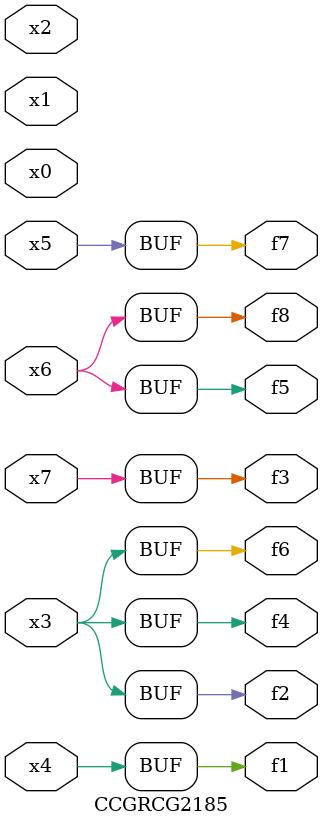
<source format=v>
module CCGRCG2185(
	input x0, x1, x2, x3, x4, x5, x6, x7,
	output f1, f2, f3, f4, f5, f6, f7, f8
);
	assign f1 = x4;
	assign f2 = x3;
	assign f3 = x7;
	assign f4 = x3;
	assign f5 = x6;
	assign f6 = x3;
	assign f7 = x5;
	assign f8 = x6;
endmodule

</source>
